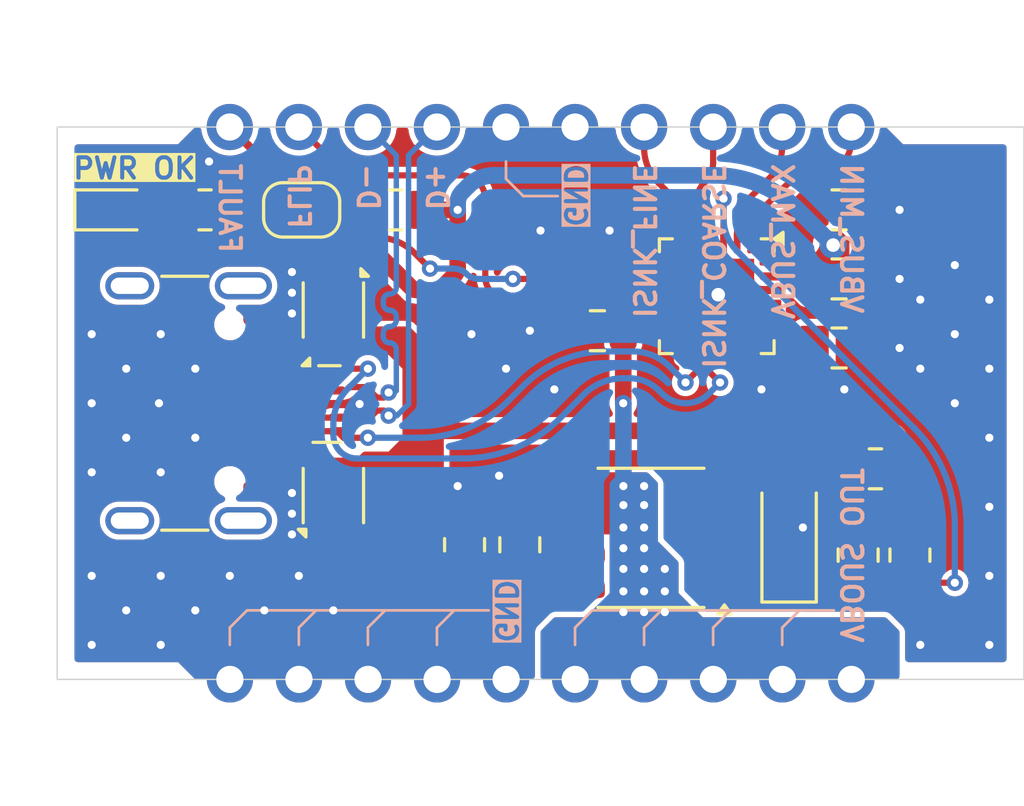
<source format=kicad_pcb>
(kicad_pcb (version 20240108) (generator "pcbnew") (generator_version "8.0")
  (layers (0 "F.Cu" signal) (1 "In1.Cu" signal) (2 "In2.Cu" signal) (31 "B.Cu" signal) (34 "B.Paste" user) (35 "F.Paste" user) (36 "B.SilkS" user "B.Silkscreen") (37 "F.SilkS" user "F.Silkscreen") (38 "B.Mask" user) (39 "F.Mask" user) (44 "Edge.Cuts" user))
  (net 0 "")
  (net 1 "VBUS")
  (net 2 "Net-(C5-Pad2)")
  (net 3 "/USB-C Connector and Protection/CC1")
  (net 4 "GND")
  (net 6 "/D-")
  (net 9 "/USB-C Connector and Protection/CC2")
  (net 13 "/D+")
  (net 20 "VBUSOUT")
  (net 22 "VCCD")
  (net 23 "+3V3")
  (net 24 "Net-(D1-K)")
  (net 25 "Net-(D1-A)")
  (net 26 "Net-(D2-A)")
  (net 27 "/Main Sheet/VBUS_FET_EN")
  (net 28 "Net-(D2-K)")
  (net 29 "/Connector/FAULT")
  (net 30 "/Connector/FLIP")
  (net 33 "/Connector/ISNK_FINE")
  (net 34 "/Connector/ISNK_COARSE")
  (net 35 "/Connector/VBUS_MIN")
  (net 36 "/Connector/VBUS_MAX")
  (footprint "Capacitor_SMD:C_0805_2012Metric" (layer "F.Cu") (at 137.9825 97.028)
    (property "Reference" "C1" (hide yes))
    (property "Value" "3u3")
  )
  (footprint "Connector_PinHeader_2.54mm:PinHeader_1x10_P2.54mm_Vertical" (layer "F.Cu") (at 115.57 88.9 90)
    (property "Reference" "J3" (hide yes))
    (property "Value" "Conn_01x10")
  )
  (footprint "Package_DFN_QFN:QFN-24-1EP_4x4mm_P0.5mm_EP2.75x2.75mm" (layer "F.Cu") (at 133.4825 95.123 -90)
    (property "Reference" "U4" (hide yes))
    (property "Value" "CYPD3177-24LQ")
  )
  (footprint "Connector_USB:USB_C_Receptacle_GCT_USB4105-xx-A_16P_TopMnt_Horizontal" (layer "F.Cu") (at 112.965 99.06 -90)
    (property "Reference" "J1" (hide yes))
    (property "Value" "USB_C_Receptacle_USB2.0_16P")
  )
  (footprint "Capacitor_SMD:C_0805_2012Metric" (layer "F.Cu") (at 137.9825 94.488)
    (property "Reference" "C3" (hide yes))
    (property "Value" "1u")
  )
  (footprint "Jumper:SolderJumper-2_P1.3mm_Bridged_RoundedPad1.0x1.5mm" (layer "F.Cu") (at 118.2135 91.948)
    (property "Reference" "JP1" (hide yes))
    (property "Value" "SolderJumper_2_Bridged")
  )
  (footprint "Diode_SMD:D_SOD-123" (layer "F.Cu") (at 136.144 104.013 90)
    (property "Reference" "D1" (hide yes))
    (property "Value" "D")
  )
  (footprint "Resistor_SMD:R_0805_2012Metric" (layer "F.Cu") (at 114.6575 91.948)
    (property "Reference" "R2" (hide yes))
    (property "Value" "270R")
  )
  (footprint "Capacitor_SMD:C_0805_2012Metric" (layer "F.Cu") (at 129.0925 96.393 180)
    (property "Reference" "C4" (hide yes))
    (property "Value" "1u")
  )
  (footprint "Capacitor_SMD:C_0805_2012Metric" (layer "F.Cu") (at 137.9825 91.948)
    (property "Reference" "C2" (hide yes))
    (property "Value" "1u")
  )
  (footprint "Package_SO:SO-8_3.9x4.9mm_P1.27mm" (layer "F.Cu") (at 131.064 104.013 180)
    (property "Reference" "Q1" (hide yes))
    (property "Value" "IRF7328TRPBF")
  )
  (footprint "Resistor_SMD:R_0805_2012Metric" (layer "F.Cu") (at 140.589 104.648 -90)
    (property "Reference" "R6" (hide yes))
    (property "Value" "1k")
  )
  (footprint "Package_SON:WSON-6-1EP_2x2mm_P0.65mm_EP1x1.6mm" (layer "F.Cu") (at 119.38 102.458 90)
    (property "Reference" "U2" (hide yes))
    (property "Value" "TVS2200DRV")
  )
  (footprint "LED_SMD:LED_0603_1608Metric" (layer "F.Cu") (at 111.3555 91.948)
    (property "Reference" "D2" (hide yes))
    (property "Value" "gr")
  )
  (footprint "Resistor_SMD:R_0805_2012Metric" (layer "F.Cu") (at 124.206 104.267 90)
    (property "Reference" "R3" (hide yes))
    (property "Value" "10k")
  )
  (footprint "Capacitor_SMD:C_0805_2012Metric" (layer "F.Cu") (at 126.238 104.267 90)
    (property "Reference" "C5" (hide yes))
    (property "Value" "1u")
  )
  (footprint "Resistor_SMD:R_0805_2012Metric" (layer "F.Cu") (at 139.319 101.473)
    (property "Reference" "R5" (hide yes))
    (property "Value" "0R")
  )
  (footprint "Package_SON:USON-10_2.5x1.0mm_P0.5mm" (layer "F.Cu") (at 119.13 99.09)
    (property "Reference" "U1" (hide yes))
    (property "Value" "TPD4E02B04DQA")
  )
  (footprint "Resistor_SMD:R_0805_2012Metric" (layer "F.Cu") (at 121.666 91.948 180)
    (property "Reference" "R1" (hide yes))
    (property "Value" "5k1")
  )
  (footprint "LOGO" (layer "F.Cu") (at 121.92 104.648)
    (property "Reference" "G***" (hide yes))
    (property "Value" "LOGO" (hide yes))
  )
  (footprint "Resistor_SMD:R_0805_2012Metric" (layer "F.Cu") (at 138.684 104.648 90)
    (property "Reference" "R4" (hide yes))
    (property "Value" "47k")
  )
  (footprint "Connector_PinHeader_2.54mm:PinHeader_1x10_P2.54mm_Vertical" (layer "F.Cu") (at 115.575 109.22 90)
    (property "Reference" "J2" (hide yes))
    (property "Value" "Conn_01x10")
  )
  (footprint "Package_SON:WSON-6-1EP_2x2mm_P0.65mm_EP1x1.6mm" (layer "F.Cu") (at 119.38 95.631 -90)
    (property "Reference" "U3" (hide yes))
    (property "Value" "TVS2200DRV" (hide yes))
  )
  (gr_line (start 120.65 107.95) (end 120.65 107.315) (stroke (width 0.1)) (layer "B.SilkS"))
  (gr_line (start 130.81 107.95) (end 130.81 107.315) (stroke (width 0.1)) (layer "B.SilkS"))
  (gr_line (start 123.19 107.315) (end 123.825 106.68) (stroke (width 0.1)) (layer "B.SilkS"))
  (gr_line (start 135.89 107.315) (end 136.525 106.68) (stroke (width 0.1)) (layer "B.SilkS"))
  (gr_line (start 118.11 107.315) (end 118.745 106.68) (stroke (width 0.1)) (layer "B.SilkS"))
  (gr_line (start 127 91.44) (end 127.635 91.44) (stroke (width 0.1)) (layer "B.SilkS"))
  (gr_line (start 125.73 90.805) (end 126.365 91.44) (stroke (width 0.1)) (layer "B.SilkS"))
  (gr_line (start 128.27 107.315) (end 128.905 106.68) (stroke (width 0.1)) (layer "B.SilkS"))
  (gr_line (start 116.205 106.68) (end 123.825 106.68) (stroke (width 0.1)) (layer "B.SilkS"))
  (gr_line (start 133.35 107.315) (end 133.985 106.68) (stroke (width 0.1)) (layer "B.SilkS"))
  (gr_line (start 118.11 107.95) (end 118.11 107.315) (stroke (width 0.1)) (layer "B.SilkS"))
  (gr_line (start 128.27 107.95) (end 128.27 107.315) (stroke (width 0.1)) (layer "B.SilkS"))
  (gr_line (start 123.825 106.68) (end 124.46 106.68) (stroke (width 0.1)) (layer "B.SilkS"))
  (gr_line (start 133.35 107.95) (end 133.35 107.315) (stroke (width 0.1)) (layer "B.SilkS"))
  (gr_line (start 128.905 106.68) (end 136.525 106.68) (stroke (width 0.1)) (layer "B.SilkS"))
  (gr_line (start 115.57 107.95) (end 115.57 107.315) (stroke (width 0.1)) (layer "B.SilkS"))
  (gr_line (start 135.89 107.95) (end 135.89 107.315) (stroke (width 0.1)) (layer "B.SilkS"))
  (gr_line (start 124.46 106.68) (end 125.095 106.68) (stroke (width 0.1)) (layer "B.SilkS"))
  (gr_line (start 130.81 107.315) (end 131.445 106.68) (stroke (width 0.1)) (layer "B.SilkS"))
  (gr_line (start 115.57 107.315) (end 116.205 106.68) (stroke (width 0.1)) (layer "B.SilkS"))
  (gr_line (start 125.73 90.17) (end 125.73 90.805) (stroke (width 0.1)) (layer "B.SilkS"))
  (gr_line (start 136.525 106.68) (end 137.795 106.68) (stroke (width 0.1)) (layer "B.SilkS"))
  (gr_line (start 123.19 107.95) (end 123.19 107.315) (stroke (width 0.1)) (layer "B.SilkS"))
  (gr_line (start 126.365 91.44) (end 127 91.44) (stroke (width 0.1)) (layer "B.SilkS"))
  (gr_line (start 120.65 107.315) (end 121.285 106.68) (stroke (width 0.1)) (layer "B.SilkS"))
  (gr_rect (start 109.22 88.9) (end 144.78 109.22) (stroke (width 0.05)) (fill none) (layer "Edge.Cuts"))
  (gr_text "ISNK_COARSE" (at 133.35 90.17 270) (layer "B.SilkS") (effects (font (size 0.75 0.75) (thickness 0.15) (bold yes)) (justify right mirror)))
  (gr_text "GND" (at 125.73 107.95 270) (layer "B.SilkS" knockout) (effects (font (size 0.75 0.75) (thickness 0.15) (bold yes)) (justify left mirror)))
  (gr_text "ISNK_FINE" (at 130.81 90.17 270) (layer "B.SilkS") (effects (font (size 0.75 0.75) (thickness 0.15) (bold yes)) (justify right mirror)))
  (gr_text "D+" (at 123.19 90.17 270) (layer "B.SilkS") (effects (font (size 0.75 0.75) (thickness 0.15) (bold yes)) (justify right mirror)))
  (gr_text "VBUS_MAX" (at 135.89 90.17 270) (layer "B.SilkS") (effects (font (size 0.75 0.75) (thickness 0.15) (bold yes)) (justify right mirror)))
  (gr_text "FAULT" (at 115.57 90.17 270) (layer "B.SilkS") (effects (font (size 0.75 0.75) (thickness 0.15) (bold yes)) (justify right mirror)))
  (gr_text "GND" (at 128.27 90.17 270) (layer "B.SilkS" knockout) (effects (font (size 0.75 0.75) (thickness 0.15) (bold yes)) (justify right mirror)))
  (gr_text "VBOUS OUT" (at 138.43 107.95 270) (layer "B.SilkS") (effects (font (size 0.75 0.75) (thickness 0.15) (bold yes)) (justify left mirror)))
  (gr_text "D-" (at 120.65 90.17 270) (layer "B.SilkS") (effects (font (size 0.75 0.75) (thickness 0.15) (bold yes)) (justify right mirror)))
  (gr_text "VBUS_MIN" (at 138.43 90.17 -90) (layer "B.SilkS") (effects (font (size 0.75 0.75) (thickness 0.15) (bold yes)) (justify right mirror)))
  (gr_text "FLIP" (at 118.11 90.17 270) (layer "B.SilkS") (effects (font (size 0.75 0.75) (thickness 0.15) (bold yes)) (justify right mirror)))
  (gr_text "PWR OK" (at 109.728 90.424 0) (layer "F.SilkS" knockout) (effects (font (size 0.75 0.75) (thickness 0.15) (bold yes)) (justify left)))
  (segment (start 123.062998 100.076) (end 122.374399 100.764599) (width 0.6096) (layer "F.Cu") (net 1))
  (segment (start 122.374399 100.764599) (end 122.271213 100.867786) (width 0.6096) (layer "F.Cu") (net 1))
  (segment (start 134.7325 97.098) (end 136.9625 97.098) (width 0.2286) (layer "F.Cu") (net 1))
  (segment (start 137.0325 97.028) (end 137.0325 97.79025) (width 0.6096) (layer "F.Cu") (net 1))
  (segment (start 136.493507 99.091492) (end 136.27075 99.31425) (width 0.6096) (layer "F.Cu") (net 1))
  (segment (start 134.431722 100.076) (end 123.062998 100.076) (width 0.6096) (layer "F.Cu") (net 1))
  (segment (start 136.9625 97.098) (end 137.0325 97.028) (width 0.2286) (layer "F.Cu") (net 1))
  (segment (start 120.8579 101.4532) (end 120.03 101.4532) (width 0.6096) (layer "F.Cu") (net 1))
  (arc (start 136.27075 99.31425) (mid 135.426996 99.878027) (end 134.431722 100.076) (width 0.6096) (layer "F.Cu") (net 1))
  (arc (start 122.271213 100.867786) (mid 121.622779 101.301055) (end 120.8579 101.4532) (width 0.6096) (layer "F.Cu") (net 1))
  (arc (start 137.0325 97.79025) (mid 136.89242 98.494477) (end 136.493507 99.091492) (width 0.6096) (layer "F.Cu") (net 1))
  (segment (start 140.2315 100.983327) (end 140.2315 101.08025) (width 0.6096) (layer "F.Cu") (net 2))
  (segment (start 126.238 103.317) (end 124.2435 103.317) (width 0.6096) (layer "F.Cu") (net 2))
  (segment (start 138.38642 100.076) (end 139.324172 100.076) (width 0.6096) (layer "F.Cu") (net 2))
  (segment (start 128.406025 101.092) (end 135.933579 101.092) (width 0.6096) (layer "F.Cu") (net 2))
  (segment (start 140.2315 101.86575) (end 140.2315 102.005709) (width 0.6096) (layer "F.Cu") (net 2))
  (segment (start 126.872999 101.726999) (end 126.575643 102.024356) (width 0.6096) (layer "F.Cu") (net 2))
  (segment (start 140.2315 101.08025) (end 140.2315 101.86575) (width 0.6096) (layer "F.Cu") (net 2))
  (segment (start 126.238 102.8395) (end 126.238 103.317) (width 0.6096) (layer "F.Cu") (net 2))
  (segment (start 140.589 102.86879) (end 140.589 103.7355) (width 0.6096) (layer "F.Cu") (net 2))
  (segment (start 124.2435 103.317) (end 124.206 103.3545) (width 0.6096) (layer "F.Cu") (net 2))
  (arc (start 128.406025 101.092) (mid 127.576357 101.25703) (end 126.872999 101.726999) (width 0.6096) (layer "F.Cu") (net 2))
  (arc (start 140.41025 102.43725) (mid 140.542544 102.635242) (end 140.589 102.86879) (width 0.6096) (layer "F.Cu") (net 2))
  (arc (start 137.16 100.584) (mid 136.597313 100.959975) (end 135.933579 101.092) (width 0.6096) (layer "F.Cu") (net 2))
  (arc (start 140.2315 102.005709) (mid 140.277955 102.239257) (end 140.41025 102.43725) (width 0.6096) (layer "F.Cu") (net 2))
  (arc (start 126.575643 102.024356) (mid 126.32575 102.398347) (end 126.238 102.8395) (width 0.6096) (layer "F.Cu") (net 2))
  (arc (start 139.96575 100.34175) (mid 140.162433 100.636108) (end 140.2315 100.983327) (width 0.6096) (layer "F.Cu") (net 2))
  (arc (start 138.38642 100.076) (mid 137.722686 100.208024) (end 137.16 100.584) (width 0.6096) (layer "F.Cu") (net 2))
  (arc (start 139.96575 100.34175) (mid 139.671391 100.145066) (end 139.324172 100.076) (width 0.6096) (layer "F.Cu") (net 2))
  (segment (start 118.075968 98.09) (end 117.795968 97.81) (width 0.2286) (layer "F.Cu") (net 3))
  (segment (start 133.2325 97.098) (end 133.2325 97.9265) (width 0.2286) (layer "F.Cu") (net 3))
  (segment (start 117.795968 97.81) (end 116.645 97.81) (width 0.2286) (layer "F.Cu") (net 3))
  (segment (start 118.745 98.09) (end 118.075968 98.09) (width 0.2286) (layer "F.Cu") (net 3))
  (segment (start 119.515 98.09) (end 119.815 97.79) (width 0.2286) (layer "F.Cu") (net 3))
  (segment (start 133.2325 97.9265) (end 133.604 98.298) (width 0.2286) (layer "F.Cu") (net 3))
  (segment (start 119.815 97.79) (end 120.65 97.79) (width 0.2286) (layer "F.Cu") (net 3))
  (segment (start 119.515 98.09) (end 118.745 98.09) (width 0.2286) (layer "F.Cu") (net 3))
  (via (at 133.604 98.298) (size 0.6) (drill 0.3) (layers "F.Cu" "B.Cu") (net 3))
  (via (at 120.65 97.79) (size 0.6) (drill 0.3) (layers "F.Cu" "B.Cu") (net 3))
  (segment (start 119.38 99.822) (end 119.38 100.224789) (width 0.2286) (layer "B.Cu") (net 3))
  (segment (start 124.151822 101.092) (end 120.24721 101.092) (width 0.2286) (layer "B.Cu") (net 3))
  (segment (start 130.258363 98.1417) (end 130.048 98.1417) (width 0.2286) (layer "B.Cu") (net 3))
  (segment (start 119.918815 98.521184) (end 120.65 97.79) (width 0.2286) (layer "B.Cu") (net 3))
  (segment (start 133.20121 98.700789) (end 133.604 98.298) (width 0.2286) (layer "B.Cu") (net 3))
  (segment (start 127.713149 99.616849) (end 128.5804 98.749599) (width 0.2286) (layer "B.Cu") (net 3))
  (segment (start 131.466789 98.700789) (end 131.36685 98.60085) (width 0.2286) (layer "B.Cu") (net 3))
  (arc (start 131.466789 98.700789) (mid 131.864669 98.966644) (end 132.334 99.06) (width 0.2286) (layer "B.Cu") (net 3))
  (arc (start 131.36685 98.60085) (mid 130.858272 98.261029) (end 130.258363 98.1417) (width 0.2286) (layer "B.Cu") (net 3))
  (arc (start 119.918815 98.521184) (mid 119.520033 99.118003) (end 119.38 99.822) (width 0.2286) (layer "B.Cu") (net 3))
  (arc (start 119.634 100.838) (mid 119.915343 101.025987) (end 120.24721 101.092) (width 0.2286) (layer "B.Cu") (net 3))
  (arc (start 119.38 100.224789) (mid 119.446012 100.556656) (end 119.634 100.838) (width 0.2286) (layer "B.Cu") (net 3))
  (arc (start 133.20121 98.700789) (mid 132.80333 98.966644) (end 132.334 99.06) (width 0.2286) (layer "B.Cu") (net 3))
  (arc (start 130.048 98.1417) (mid 129.25374 98.299687) (end 128.5804 98.749599) (width 0.2286) (layer "B.Cu") (net 3))
  (arc (start 127.713149 99.616849) (mid 126.079198 100.70862) (end 124.151822 101.092) (width 0.2286) (layer "B.Cu") (net 3))
  (segment (start 133.5375 95.068) (end 133.4825 95.123) (width 0.2286) (layer "F.Cu") (net 4))
  (segment (start 133.7325 94.873) (end 133.5375 95.068) (width 0.2286) (layer "F.Cu") (net 4))
  (segment (start 140.208 91.948) (end 138.9325 91.948) (width 0.6096) (layer "F.Cu") (net 4))
  (segment (start 118.745 99.09) (end 119.515 99.09) (width 0.2286) (layer "F.Cu") (net 4))
  (segment (start 135.4575 94.873) (end 133.7325 94.873) (width 0.2286) (layer "F.Cu") (net 4))
  (segment (start 120.344283 99.09) (end 120.3452 99.090917) (width 0.2286) (layer "F.Cu") (net 4))
  (segment (start 135.4575 96.373) (end 134.7325 96.373) (width 0.2286) (layer "F.Cu") (net 4))
  (segment (start 134.7325 96.373) (end 133.4825 95.123) (width 0.2286) (layer "F.Cu") (net 4))
  (segment (start 128.1425 96.393) (end 126.607542 96.393) (width 0.6096) (layer "F.Cu") (net 4))
  (segment (start 140.208 94.488) (end 138.9325 94.488) (width 0.6096) (layer "F.Cu") (net 4))
  (segment (start 140.208 97.028) (end 138.9325 97.028) (width 0.6096) (layer "F.Cu") (net 4))
  (segment (start 119.515 99.09) (end 120.344283 99.09) (width 0.2286) (layer "F.Cu") (net 4))
  (via (at 110.49 107.95) (size 0.6) (drill 0.3) (layers "F.Cu" "B.Cu") (net 4))
  (via (at 113.03 105.41) (size 0.6) (drill 0.3) (layers "F.Cu" "B.Cu") (net 4))
  (via (at 143.51 97.79) (size 0.6) (drill 0.3) (layers "F.Cu" "B.Cu") (net 4))
  (via (at 116.84 106.68) (size 0.6) (drill 0.3) (layers "F.Cu" "B.Cu") (net 4))
  (via (at 110.49 101.6) (size 0.6) (drill 0.3) (layers "F.Cu" "B.Cu") (net 4))
  (via (at 125.73 97.79) (size 0.6) (drill 0.3) (layers "F.Cu" "B.Cu") (net 4))
  (via (at 117.856 103.886) (size 0.6) (drill 0.3) (layers "F.Cu" "B.Cu") (net 4))
  (via (at 117.856 103.124) (size 0.6) (drill 0.3) (layers "F.Cu" "B.Cu") (net 4))
  (via (at 110.49 99.06) (size 0.6) (drill 0.3) (layers "F.Cu" "B.Cu") (net 4))
  (via (at 118.11 105.41) (size 0.6) (drill 0.3) (layers "F.Cu" "B.Cu") (net 4))
  (via (at 143.51 100.33) (size 0.6) (drill 0.3) (layers "F.Cu" "B.Cu") (net 4))
  (via (at 117.856 102.362) (size 0.6) (drill 0.3) (layers "F.Cu" "B.Cu") (net 4))
  (via (at 142.24 93.98) (size 0.6) (drill 0.3) (layers "F.Cu" "B.Cu") (net 4))
  (via (at 112.965 99.06) (size 0.6) (drill 0.3) (layers "F.Cu" "B.Cu") (net 4))
  (via (at 111.76 100.33) (size 0.6) (drill 0.3) (layers "F.Cu" "B.Cu") (net 4))
  (via (at 140.208 94.488) (size 0.6) (drill 0.3) (layers "F.Cu" "B.Cu") (net 4))
  (via (at 114.808 90.17) (size 0.6) (drill 0.3) (layers "F.Cu" "B.Cu") (net 4))
  (via (at 127.508 98.552) (size 0.6) (drill 0.3) (layers "F.Cu" "B.Cu") (net 4))
  (via (at 111.76 106.68) (size 0.6) (drill 0.3) (layers "F.Cu" "B.Cu") (net 4))
  (via (at 110.49 105.41) (size 0.6) (drill 0.3) (layers "F.Cu" "B.Cu") (net 4))
  (via (at 114.3 97.79) (size 0.6) (drill 0.3) (layers "F.Cu" "B.Cu") (net 4))
  (via (at 142.24 96.52) (size 0.6) (drill 0.3) (layers "F.Cu" "B.Cu") (net 4))
  (via (at 126.607542 96.393) (size 0.6) (drill 0.3) (layers "F.Cu" "B.Cu") (net 4))
  (via (at 113.03 101.6) (size 0.6) (drill 0.3) (layers "F.Cu" "B.Cu") (net 4))
  (via (at 143.51 105.41) (size 0.6) (drill 0.3) (layers "F.Cu" "B.Cu") (net 4))
  (via (at 124.46 96.52) (size 0.6) (drill 0.3) (layers "F.Cu" "B.Cu") (net 4))
  (via (at 110.49 96.52) (size 0.6) (drill 0.3) (layers "F.Cu" "B.Cu") (net 4))
  (via (at 138.176 98.552) (size 0.6) (drill 0.3) (layers "F.Cu" "B.Cu") (net 4))
  (via (at 140.208 97.028) (size 0.6) (drill 0.3) (layers "F.Cu" "B.Cu") (net 4))
  (via (at 117.856 95.758) (size 0.6) (drill 0.3) (layers "F.Cu" "B.Cu") (net 4))
  (via (at 140.97 97.79) (size 0.6) (drill 0.3) (layers "F.Cu" "B.Cu") (net 4))
  (via (at 143.51 95.25) (size 0.6) (drill 0.3) (layers "F.Cu" "B.Cu") (net 4))
  (via (at 113.03 96.52) (size 0.6) (drill 0.3) (layers "F.Cu" "B.Cu") (net 4))
  (via (at 135.128 98.552) (size 0.6) (drill 0.3) (layers "F.Cu" "B.Cu") (net 4))
  (via (at 117.856 94.234) (size 0.6) (drill 0.3) (layers "F.Cu" "B.Cu") (net 4))
  (via (at 117.856 94.996) (size 0.6) (drill 0.3) (layers "F.Cu" "B.Cu") (net 4))
  (via (at 143.51 102.87) (size 0.6) (drill 0.3) (layers "F.Cu" "B.Cu") (net 4))
  (via (at 129.54 92.71) (size 0.6) (drill 0.3) (layers "F.Cu" "B.Cu") (net 4))
  (via (at 111.76 97.79) (size 0.6) (drill 0.3) (layers "F.Cu" "B.Cu") (net 4))
  (via (at 127 92.71) (size 0.6) (drill 0.3) (layers "F.Cu" "B.Cu") (net 4))
  (via (at 123.952 102.108) (size 0.6) (drill 0.3) (layers "F.Cu" "B.Cu") (net 4))
  (via (at 119.38 106.68) (size 0.6) (drill 0.3) (layers "F.Cu" "B.Cu") (net 4))
  (via (at 115.57 105.41) (size 0.6) (drill 0.3) (layers "F.Cu" "B.Cu") (net 4))
  (via (at 140.208 91.948) (size 0.6) (drill 0.3) (layers "F.Cu" "B.Cu") (net 4))
  (via (at 143.51 107.95) (size 0.6) (drill 0.3) (layers "F.Cu" "B.Cu") (net 4))
  (via (at 113.03 107.95) (size 0.6) (drill 0.3) (layers "F.Cu" "B.Cu") (net 4))
  (via (at 133.5375 95.068) (size 1) (drill 0.5) (layers "F.Cu" "B.Cu") (net 4))
  (via (at 140.97 107.95) (size 0.6) (drill 0.3) (layers "F.Cu" "B.Cu") (net 4))
  (via (at 140.97 95.25) (size 0.6) (drill 0.3) (layers "F.Cu" "B.Cu") (net 4))
  (via (at 120.3452 99.090917) (size 0.6) (drill 0.3) (layers "F.Cu" "B.Cu") (net 4))
  (via (at 114.3 100.33) (size 0.6) (drill 0.3) (layers "F.Cu" "B.Cu") (net 4))
  (via (at 142.24 99.06) (size 0.6) (drill 0.3) (layers "F.Cu" "B.Cu") (net 4))
  (via (at 125.476 101.727) (size 0.6) (drill 0.3) (layers "F.Cu" "B.Cu") (net 4))
  (via (at 114.3 106.68) (size 0.6) (drill 0.3) (layers "F.Cu" "B.Cu") (net 4))
  (via (at 136.652 103.632) (size 0.6) (drill 0.3) (layers "F.Cu" "B.Cu") (net 4))
  (segment (start 115.7557 98.571668) (end 116.017368 98.31) (width 0.2286) (layer "F.Cu") (net 6))
  (segment (start 116.645 99.31) (end 116.017368 99.31) (width 0.2286) (layer "F.Cu") (net 6))
  (segment (start 117.475 98.31) (end 117.755 98.59) (width 0.2286) (layer "F.Cu") (net 6))
  (segment (start 115.7557 99.048332) (end 115.7557 98.571668) (width 0.2286) (layer "F.Cu") (net 6))
  (segment (start 116.017368 98.31) (end 116.645 98.31) (width 0.2286) (layer "F.Cu") (net 6))
  (segment (start 119.965439 98.467193) (end 120.590228 98.467193) (width 0.2286) (layer "F.Cu") (net 6))
  (segment (start 120.590228 98.467193) (end 120.974732 98.851697) (width 0.2286) (layer "F.Cu") (net 6))
  (segment (start 119.515 98.59) (end 119.842632 98.59) (width 0.2286) (layer "F.Cu") (net 6))
  (segment (start 116.017368 99.31) (end 115.7557 99.048332) (width 0.2286) (layer "F.Cu") (net 6))
  (segment (start 120.974732 98.851697) (end 121.2263 98.851697) (width 0.2286) (layer "F.Cu") (net 6))
  (segment (start 117.755 98.59) (end 118.745 98.59) (width 0.2286) (layer "F.Cu") (net 6))
  (segment (start 116.645 98.31) (end 117.475 98.31) (width 0.2286) (layer "F.Cu") (net 6))
  (segment (start 118.745 98.59) (end 119.515 98.59) (width 0.2286) (layer "F.Cu") (net 6))
  (segment (start 119.842632 98.59) (end 119.965439 98.467193) (width 0.2286) (layer "F.Cu") (net 6))
  (segment (start 121.2263 98.851697) (end 121.412 98.665997) (width 0.2286) (layer "F.Cu") (net 6))
  (via (at 121.412 98.665997) (size 0.6) (drill 0.3) (layers "F.Cu" "B.Cu") (net 6))
  (segment (start 121.695 94.679677) (end 121.695 93.98) (width 0.2) (layer "B.Cu") (net 6))
  (segment (start 121.695 96.001651) (end 121.695 95.879677) (width 0.2) (layer "B.Cu") (net 6))
  (segment (start 121.695 94.801615) (end 121.695 94.679677) (width 0.2) (layer "B.Cu") (net 6))
  (segment (start 121.695 93.98) (end 121.695 89.945) (width 0.2) (layer "B.Cu") (net 6))
  (segment (start 121.695 98.5966) (end 121.695 97.079677) (width 0.2) (layer "B.Cu") (net 6))
  (segment (start 121.695 89.945) (end 120.65 88.9) (width 0.2) (layer "B.Cu") (net 6))
  (segment (start 121.625603 98.665997) (end 121.695 98.5966) (width 0.2) (layer "B.Cu") (net 6))
  (segment (start 121.216974 96.601651) (end 121.216974 96.479677) (width 0.2) (layer "B.Cu") (net 6))
  (segment (start 121.216938 95.401615) (end 121.216938 95.279677) (width 0.2) (layer "B.Cu") (net 6))
  (segment (start 121.412 98.665997) (end 121.625603 98.665997) (width 0.2) (layer "B.Cu") (net 6))
  (arc (start 121.216938 95.279677) (mid 121.286949 95.110657) (end 121.455969 95.040646) (width 0.2) (layer "B.Cu") (net 6))
  (arc (start 121.216974 96.479677) (mid 121.286979 96.310669) (end 121.455987 96.240664) (width 0.2) (layer "B.Cu") (net 6))
  (arc (start 121.455987 96.240664) (mid 121.624995 96.170659) (end 121.695 96.001651) (width 0.2) (layer "B.Cu") (net 6))
  (arc (start 121.455987 96.840664) (mid 121.286979 96.770659) (end 121.216974 96.601651) (width 0.2) (layer "B.Cu") (net 6))
  (arc (start 121.455969 95.040646) (mid 121.624989 94.970635) (end 121.695 94.801615) (width 0.2) (layer "B.Cu") (net 6))
  (arc (start 121.455969 95.640646) (mid 121.286949 95.570635) (end 121.216938 95.401615) (width 0.2) (layer "B.Cu") (net 6))
  (arc (start 121.695 95.879677) (mid 121.624989 95.710657) (end 121.455969 95.640646) (width 0.2) (layer "B.Cu") (net 6))
  (arc (start 121.695 97.079677) (mid 121.624995 96.910669) (end 121.455987 96.840664) (width 0.2) (layer "B.Cu") (net 6))
  (segment (start 117.345 100.81) (end 118.065 100.09) (width 0.2286) (layer "F.Cu") (net 9))
  (segment (start 118.745 100.09) (end 119.515 100.09) (width 0.2286) (layer "F.Cu") (net 9))
  (segment (start 118.065 100.09) (end 118.745 100.09) (width 0.2286) (layer "F.Cu") (net 9))
  (segment (start 116.645 100.81) (end 117.345 100.81) (width 0.2286) (layer "F.Cu") (net 9))
  (segment (start 132.7325 97.098) (end 132.7325 97.899488) (width 0.2286) (layer "F.Cu") (net 9))
  (segment (start 119.515 100.09) (end 119.755 100.33) (width 0.2286) (layer "F.Cu") (net 9))
  (segment (start 132.7325 97.899488) (end 132.334 98.297988) (width 0.2286) (layer "F.Cu") (net 9))
  (segment (start 119.755 100.33) (end 120.65 100.33) (width 0.2286) (layer "F.Cu") (net 9))
  (via (at 132.334 98.297988) (size 0.6) (drill 0.3) (layers "F.Cu" "B.Cu") (net 9))
  (via (at 120.65 100.33) (size 0.6) (drill 0.3) (layers "F.Cu" "B.Cu") (net 9))
  (segment (start 129.413006 97.155) (end 130.382797 97.155) (width 0.2286) (layer "B.Cu") (net 9))
  (segment (start 131.762506 97.726494) (end 132.334 98.297988) (width 0.2286) (layer "B.Cu") (net 9))
  (segment (start 122.555 100.33) (end 120.65 100.33) (width 0.2286) (layer "B.Cu") (net 9))
  (segment (start 125.807038 98.982961) (end 126.377759 98.41224) (width 0.2286) (layer "B.Cu") (net 9))
  (arc (start 129.413006 97.155) (mid 127.770342 97.481746) (end 126.377759 98.41224) (width 0.2286) (layer "B.Cu") (net 9))
  (arc (start 125.807038 98.982961) (mid 124.31499 99.979915) (end 122.555 100.33) (width 0.2286) (layer "B.Cu") (net 9))
  (arc (start 131.762506 97.726494) (mid 131.12949 97.303526) (end 130.382797 97.155) (width 0.2286) (layer "B.Cu") (net 9))
  (segment (start 117.272632 98.81) (end 117.5343 99.071668) (width 0.2286) (layer "F.Cu") (net 13))
  (segment (start 116.645 98.81) (end 117.272632 98.81) (width 0.2286) (layer "F.Cu") (net 13))
  (segment (start 117.272632 99.81) (end 116.645 99.81) (width 0.2286) (layer "F.Cu") (net 13))
  (segment (start 120.5992 99.7148) (end 120.983703 99.330297) (width 0.2286) (layer "F.Cu") (net 13))
  (segment (start 119.515 99.59) (end 119.975531 99.59) (width 0.2286) (layer "F.Cu") (net 13))
  (segment (start 117.5343 99.071668) (end 117.5343 99.548332) (width 0.2286) (layer "F.Cu") (net 13))
  (segment (start 120.100331 99.7148) (end 120.5992 99.7148) (width 0.2286) (layer "F.Cu") (net 13))
  (segment (start 119.515 99.59) (end 118.745 99.59) (width 0.2286) (layer "F.Cu") (net 13))
  (segment (start 117.5343 99.548332) (end 118.3757 99.548332) (width 0.2286) (layer "F.Cu") (net 13))
  (segment (start 118.417368 99.59) (end 118.745 99.59) (width 0.2286) (layer "F.Cu") (net 13))
  (segment (start 117.5343 99.548332) (end 117.272632 99.81) (width 0.2286) (layer "F.Cu") (net 13))
  (segment (start 119.975531 99.59) (end 120.100331 99.7148) (width 0.2286) (layer "F.Cu") (net 13))
  (segment (start 121.2263 99.330297) (end 121.412 99.515997) (width 0.2286) (layer "F.Cu") (net 13))
  (segment (start 120.983703 99.330297) (end 121.2263 99.330297) (width 0.2286) (layer "F.Cu") (net 13))
  (segment (start 118.3757 99.548332) (end 118.417368 99.59) (width 0.2286) (layer "F.Cu") (net 13))
  (via (at 121.412 99.515997) (size 0.6) (drill 0.3) (layers "F.Cu" "B.Cu") (net 13))
  (segment (start 122.145 99.089) (end 121.718003 99.515997) (width 0.2) (layer "B.Cu") (net 13))
  (segment (start 123.19 88.9) (end 122.145 89.945) (width 0.2) (layer "B.Cu") (net 13))
  (segment (start 121.718003 99.515997) (end 121.412 99.515997) (width 0.2) (layer "B.Cu") (net 13))
  (segment (start 122.145 89.945) (end 122.145 99.089) (width 0.2) (layer "B.Cu") (net 13))
  (segment (start 130.5625 95.873) (end 130.0425 96.393) (width 0.2286) (layer "F.Cu") (net 20))
  (segment (start 131.5075 95.873) (end 130.5625 95.873) (width 0.2286) (layer "F.Cu") (net 20))
  (segment (start 130.0425 96.393) (end 130.0425 99.059994) (width 0.6096) (layer "F.Cu") (net 20))
  (via (at 130.048 102.808003) (size 0.6) (drill 0.3) (layers "F.Cu" "B.Cu") (net 20))
  (via (at 130.048 104.394) (size 0.6) (drill 0.3) (layers "F.Cu" "B.Cu") (net 20))
  (via (at 130.048 102.108) (size 0.6) (drill 0.3) (layers "F.Cu" "B.Cu") (net 20))
  (via (at 130.81 104.394) (size 0.6) (drill 0.3) (layers "F.Cu" "B.Cu") (net 20))
  (via (at 130.81 105.979997) (size 0.6) (drill 0.3) (layers "F.Cu" "B.Cu") (net 20))
  (via (at 130.81 106.741997) (size 0.6) (drill 0.3) (layers "F.Cu" "B.Cu") (net 20))
  (via (at 130.048 105.979997) (size 0.6) (drill 0.3) (layers "F.Cu" "B.Cu") (net 20))
  (via (at 130.81 105.156) (size 0.6) (drill 0.3) (layers "F.Cu" "B.Cu") (net 20))
  (via (at 131.572 105.156) (size 0.6) (drill 0.3) (layers "F.Cu" "B.Cu") (net 20))
  (via (at 130.048 106.741997) (size 0.6) (drill 0.3) (layers "F.Cu" "B.Cu") (net 20))
  (via (at 131.572 106.741997) (size 0.6) (drill 0.3) (layers "F.Cu" "B.Cu") (net 20))
  (via (at 130.048 103.632) (size 0.6) (drill 0.3) (layers "F.Cu" "B.Cu") (net 20))
  (via (at 130.81 103.632) (size 0.6) (drill 0.3) (layers "F.Cu" "B.Cu") (net 20))
  (via (at 130.81 102.808003) (size 0.6) (drill 0.3) (layers "F.Cu" "B.Cu") (net 20))
  (via (at 130.048 105.156) (size 0.6) (drill 0.3) (layers "F.Cu" "B.Cu") (net 20))
  (via (at 130.81 102.108) (size 0.6) (drill 0.3) (layers "F.Cu" "B.Cu") (net 20))
  (via (at 130.0425 99.059994) (size 0.6) (drill 0.3) (layers "F.Cu" "B.Cu") (net 20))
  (via (at 131.572 105.979997) (size 0.6) (drill 0.3) (layers "F.Cu" "B.Cu") (net 20))
  (segment (start 130.048 102.108) (end 130.048 99.065494) (width 0.6096) (layer "B.Cu") (net 20))
  (segment (start 130.048 99.065494) (end 130.0425 99.059994) (width 0.6096) (layer "B.Cu") (net 20))
  (segment (start 137.0325 92.843) (end 137.0325 91.948) (width 0.2286) (layer "F.Cu") (net 22))
  (segment (start 136.0025 93.873) (end 137.0325 92.843) (width 0.2286) (layer "F.Cu") (net 22))
  (segment (start 135.4575 93.873) (end 136.0025 93.873) (width 0.2286) (layer "F.Cu") (net 22))
  (segment (start 118.21007 93.2522) (end 116.8742 93.2522) (width 0.6096) (layer "F.Cu") (net 23))
  (segment (start 123.823783 94.357403) (end 123.393935 94.787199) (width 0.6096) (layer "F.Cu") (net 23))
  (segment (start 123.257199 94.882591) (end 123.14904 94.91156) (width 0.6096) (layer "F.Cu") (net 23))
  (segment (start 123.354176 94.826615) (end 123.257199 94.882591) (width 0.6096) (layer "F.Cu") (net 23))
  (segment (start 122.78666 94.9118) (end 122.656437 94.9118) (width 0.6096) (layer "F.Cu") (net 23))
  (segment (start 116.8742 93.2522) (end 115.57 91.948) (width 0.6096) (layer "F.Cu") (net 23))
  (segment (start 123.951717 94.105477) (end 123.921907 94.216736) (width 0.6096) (layer "F.Cu") (net 23))
  (segment (start 136.0175 94.373) (end 136.0775 94.433) (width 0.2286) (layer "F.Cu") (net 23))
  (segment (start 123.864314 94.316487) (end 123.823783 94.357403) (width 0.6096) (layer "F.Cu") (net 23))
  (segment (start 137.0325 94.488) (end 137.0325 93.975408) (width 0.3048) (layer "F.Cu") (net 23))
  (segment (start 118.53927 93.5814) (end 118.21007 93.2522) (width 0.6096) (layer "F.Cu") (net 23))
  (segment (start 123.952 94.047885) (end 123.951717 94.105477) (width 0.6096) (layer "F.Cu") (net 23))
  (segment (start 123.14904 94.91156) (end 123.093054 94.911811) (width 0.6096) (layer "F.Cu") (net 23))
  (segment (start 136.1325 94.488) (end 137.0325 94.488) (width 0.3048) (layer "F.Cu") (net 23))
  (segment (start 122.656437 94.9118) (end 122.54011 94.910135) (width 0.6096) (layer "F.Cu") (net 23))
  (segment (start 123.921907 94.216736) (end 123.864314 94.316487) (width 0.6096) (layer "F.Cu") (net 23))
  (segment (start 122.54011 94.910135) (end 122.31032 94.873745) (width 0.6096) (layer "F.Cu") (net 23))
  (segment (start 137.0325 93.975408) (end 137.764321 93.243587) (width 0.3048) (layer "F.Cu") (net 23))
  (segment (start 136.0775 94.433) (end 136.1325 94.488) (width 0.3048) (layer "F.Cu") (net 23))
  (segment (start 135.4575 94.373) (end 136.0175 94.373) (width 0.2286) (layer "F.Cu") (net 23))
  (segment (start 122.5785 91.948) (end 123.952 91.948) (width 0.6096) (layer "F.Cu") (net 23))
  (segment (start 123.952 91.948) (end 123.952 94.047885) (width 0.6096) (layer "F.Cu") (net 23))
  (segment (start 123.093054 94.911811) (end 122.78666 94.9118) (width 0.6096) (layer "F.Cu") (net 23))
  (segment (start 121.017975 93.5814) (end 118.53927 93.5814) (width 0.6096) (layer "F.Cu") (net 23))
  (segment (start 123.393935 94.787199) (end 123.354176 94.826615) (width 0.6096) (layer "F.Cu") (net 23))
  (segment (start 122.31032 94.873745) (end 121.017975 93.5814) (width 0.6096) (layer "F.Cu") (net 23))
  (via (at 123.952 91.948) (size 0.6) (drill 0.3) (layers "F.Cu" "B.Cu") (net 23))
  (via (at 137.764321 93.243587) (size 1) (drill 0.5) (layers "F.Cu" "B.Cu") (net 23))
  (segment (start 124.341873 91.067873) (end 124.12533 91.284416) (width 0.6096) (layer "B.Cu") (net 23))
  (segment (start 136.481527 91.960793) (end 137.764321 93.243587) (width 0.6096) (layer "B.Cu") (net 23))
  (segment (start 125.283111 90.678) (end 133.38459 90.678) (width 0.6096) (layer "B.Cu") (net 23))
  (segment (start 123.952 91.702873) (end 123.952 91.948) (width 0.6096) (layer "B.Cu") (net 23))
  (arc (start 136.481527 91.960793) (mid 135.06064 91.011387) (end 133.38459 90.678) (width 0.6096) (layer "B.Cu") (net 23))
  (arc (start 125.283111 90.678) (mid 124.773716 90.779324) (end 124.341873 91.067873) (width 0.6096) (layer "B.Cu") (net 23))
  (arc (start 124.12533 91.284416) (mid 123.997046 91.476405) (end 123.952 91.702873) (width 0.6096) (layer "B.Cu") (net 23))
  (segment (start 134.823357 103.687358) (end 135.912422 104.776423) (width 0.6096) (layer "F.Cu") (net 24))
  (segment (start 135.708687 105.918) (end 133.639 105.918) (width 0.6096) (layer "F.Cu") (net 24))
  (segment (start 136.144 105.482687) (end 136.144 105.3355) (width 0.6096) (layer "F.Cu") (net 24))
  (segment (start 138.63275 105.61175) (end 138.684 105.5605) (width 0.6096) (layer "F.Cu") (net 24))
  (segment (start 138.509021 105.663) (end 136.324312 105.663) (width 0.6096) (layer "F.Cu") (net 24))
  (segment (start 134.076499 103.378) (end 133.639 103.378) (width 0.6096) (layer "F.Cu") (net 24))
  (arc (start 135.912422 104.776423) (mid 136.083814 105.03293) (end 136.144 105.3355) (width 0.6096) (layer "F.Cu") (net 24))
  (arc (start 136.144 105.482687) (mid 136.196812 105.610187) (end 136.324312 105.663) (width 0.6096) (layer "F.Cu") (net 24))
  (arc (start 136.324312 105.663) (mid 136.157725 105.696136) (end 136.0165 105.7905) (width 0.6096) (layer "F.Cu") (net 24))
  (arc (start 134.823357 103.687358) (mid 134.480695 103.458399) (end 134.076499 103.378) (width 0.6096) (layer "F.Cu") (net 24))
  (arc (start 136.0165 105.7905) (mid 136.110863 105.649274) (end 136.144 105.482687) (width 0.6096) (layer "F.Cu") (net 24))
  (arc (start 138.63275 105.61175) (mid 138.575982 105.64968) (end 138.509021 105.663) (width 0.6096) (layer "F.Cu") (net 24))
  (arc (start 136.0165 105.7905) (mid 135.875274 105.884863) (end 135.708687 105.918) (width 0.6096) (layer "F.Cu") (net 24))
  (segment (start 137.922604 101.599395) (end 137.517856 102.004143) (width 0.6096) (layer "F.Cu") (net 25))
  (segment (start 135.827 102.363) (end 135.690312 102.363) (width 0.6096) (layer "F.Cu") (net 25))
  (segment (start 136.461 102.363) (end 135.827 102.363) (width 0.6096) (layer "F.Cu") (net 25))
  (segment (start 136.461 102.363) (end 136.6515 102.363) (width 0.6096) (layer "F.Cu") (net 25))
  (segment (start 138.54525 103.59675) (end 138.684 103.7355) (width 0.6096) (layer "F.Cu") (net 25))
  (segment (start 138.4065 102.362707) (end 138.4065 103.261777) (width 0.6096) (layer "F.Cu") (net 25))
  (segment (start 133.2015 102.108) (end 133.120949 102.108) (width 0.6096) (layer "F.Cu") (net 25))
  (segment (start 138.406 102.3625) (end 138.4055 102.363) (width 0.6096) (layer "F.Cu") (net 25))
  (segment (start 133.120949 104.648) (end 133.639 104.648) (width 0.6096) (layer "F.Cu") (net 25))
  (segment (start 138.4065 102.361292) (end 138.4065 101.65175) (width 0.6096) (layer "F.Cu") (net 25))
  (segment (start 134.076499 102.108) (end 133.2015 102.108) (width 0.6096) (layer "F.Cu") (net 25))
  (segment (start 135.074687 102.108) (end 134.076499 102.108) (width 0.6096) (layer "F.Cu") (net 25))
  (segment (start 138.4065 102.361292) (end 138.4065 102.362707) (width 0.6096) (layer "F.Cu") (net 25))
  (segment (start 132.2592 103.78625) (end 132.2592 102.969749) (width 0.6096) (layer "F.Cu") (net 25))
  (arc (start 138.406 102.3625) (mid 138.40637 102.361945) (end 138.4065 102.361292) (width 0.6096) (layer "F.Cu") (net 25))
  (arc (start 132.5116 102.3604) (mid 132.324796 102.639971) (end 132.2592 102.969749) (width 0.6096) (layer "F.Cu") (net 25))
  (arc (start 138.4065 101.65175) (mid 138.354145 101.525354) (end 138.22775 101.473) (width 0.6096) (layer "F.Cu") (net 25))
  (arc (start 132.2592 103.78625) (mid 132.324796 104.116027) (end 132.5116 104.395599) (width 0.6096) (layer "F.Cu") (net 25))
  (arc (start 137.517856 102.004143) (mid 137.120368 102.269736) (end 136.6515 102.363) (width 0.6096) (layer "F.Cu") (net 25))
  (arc (start 138.4065 102.362707) (mid 138.406319 102.362436) (end 138.406 102.3625) (width 0.6096) (layer "F.Cu") (net 25))
  (arc (start 135.3825 102.2355) (mid 135.523725 102.329863) (end 135.690312 102.363) (width 0.6096) (layer "F.Cu") (net 25))
  (arc (start 133.120949 102.108) (mid 132.791171 102.173596) (end 132.5116 102.3604) (width 0.6096) (layer "F.Cu") (net 25))
  (arc (start 138.4065 103.261777) (mid 138.442559 103.443063) (end 138.54525 103.59675) (width 0.6096) (layer "F.Cu") (net 25))
  (arc (start 135.3825 102.2355) (mid 135.241274 102.141136) (end 135.074687 102.108) (width 0.6096) (layer "F.Cu") (net 25))
  (arc (start 138.22775 101.473) (mid 138.062606 101.505848) (end 137.922604 101.599395) (width 0.6096) (layer "F.Cu") (net 25))
  (arc (start 132.5116 104.395599) (mid 132.791171 104.582403) (end 133.120949 104.648) (width 0.6096) (layer "F.Cu") (net 25))
  (segment (start 112.143 91.948) (end 113.745 91.948) (width 0.3048) (layer "F.Cu") (net 26))
  (segment (start 140.765685 105.664) (end 142.24 105.664) (width 0.2286) (layer "F.Cu") (net 27))
  (segment (start 133.7325 93.148) (end 133.7325 91.5328) (width 0.2286) (layer "F.Cu") (net 27))
  (segment (start 140.64075 105.61225) (end 140.589 105.5605) (width 0.2286) (layer "F.Cu") (net 27))
  (via (at 133.7325 91.5328) (size 0.6) (drill 0.3) (layers "F.Cu" "B.Cu") (net 27))
  (via (at 142.24 105.664) (size 0.6) (drill 0.3) (layers "F.Cu" "B.Cu") (net 27))
  (arc (start 140.64075 105.61225) (mid 140.69807 105.65055) (end 140.765685 105.664) (width 0.2286) (layer "F.Cu") (net 27))
  (segment (start 133.7325 92.24915) (end 133.7325 91.5328) (width 0.2286) (layer "B.Cu") (net 27))
  (segment (start 134.239035 93.472035) (end 140.758257 99.991257) (width 0.2286) (layer "B.Cu") (net 27))
  (segment (start 142.24 103.5685) (end 142.24 105.664) (width 0.2286) (layer "B.Cu") (net 27))
  (arc (start 140.758257 99.991257) (mid 141.854907 101.63251) (end 142.24 103.5685) (width 0.2286) (layer "B.Cu") (net 27))
  (arc (start 133.7325 92.24915) (mid 133.864144 92.91097) (end 134.239035 93.472035) (width 0.2286) (layer "B.Cu") (net 27))
  (segment (start 111.0942 91.4218) (end 110.568 91.948) (width 0.3048) (layer "F.Cu") (net 28))
  (segment (start 117.0373 91.4218) (end 117.5635 91.948) (width 0.3048) (layer "F.Cu") (net 28))
  (segment (start 115.76694 90.8956) (end 112.364559 90.8956) (width 0.3048) (layer "F.Cu") (net 28))
  (arc (start 117.0373 91.4218) (mid 116.454454 91.032354) (end 115.76694 90.8956) (width 0.3048) (layer "F.Cu") (net 28))
  (arc (start 112.364559 90.8956) (mid 111.677045 91.032354) (end 111.0942 91.4218) (width 0.3048) (layer "F.Cu") (net 28))
  (segment (start 119.37065 92.45515) (end 118.8635 91.948) (width 0.2286) (layer "F.Cu") (net 29))
  (segment (start 120.595018 92.9623) (end 120.981874 92.9623) (width 0.2286) (layer "F.Cu") (net 29))
  (segment (start 130.399263 94.488) (end 125.98398 94.488) (width 0.2286) (layer "F.Cu") (net 29))
  (segment (start 131.282 94.873) (end 131.5075 94.873) (width 0.2286) (layer "F.Cu") (net 29))
  (segment (start 118.8635 91.557159) (end 118.8635 91.948) (width 0.3048) (layer "F.Cu") (net 29))
  (segment (start 130.897047 94.713547) (end 130.864 94.6805) (width 0.2286) (layer "F.Cu") (net 29))
  (segment (start 117.84825 90.678) (end 117.98434 90.678) (width 0.3048) (layer "F.Cu") (net 29))
  (segment (start 122.36365 93.53465) (end 122.936 94.107) (width 0.2286) (layer "F.Cu") (net 29))
  (segment (start 116.994269 90.324269) (end 115.57 88.9) (width 0.3048) (layer "F.Cu") (net 29))
  (via (at 125.98398 94.488) (size 0.6) (drill 0.3) (layers "F.Cu" "B.Cu") (net 29))
  (via (at 122.936 94.107) (size 0.6) (drill 0.3) (layers "F.Cu" "B.Cu") (net 29))
  (arc (start 116.994269 90.324269) (mid 117.386079 90.586068) (end 117.84825 90.678) (width 0.3048) (layer "F.Cu") (net 29))
  (arc (start 118.606 90.9355) (mid 118.796577 91.220719) (end 118.8635 91.557159) (width 0.3048) (layer "F.Cu") (net 29))
  (arc (start 122.36365 93.53465) (mid 121.729685 93.111048) (end 120.981874 92.9623) (width 0.2286) (layer "F.Cu") (net 29))
  (arc (start 130.897047 94.713547) (mid 131.073665 94.831559) (end 131.282 94.873) (width 0.2286) (layer "F.Cu") (net 29))
  (arc (start 119.37065 92.45515) (mid 119.932394 92.830496) (end 120.595018 92.9623) (width 0.2286) (layer "F.Cu") (net 29))
  (arc (start 118.606 90.9355) (mid 118.320779 90.744922) (end 117.98434 90.678) (width 0.3048) (layer "F.Cu") (net 29))
  (arc (start 130.864 94.6805) (mid 130.650777 94.538029) (end 130.399263 94.488) (width 0.2286) (layer "F.Cu") (net 29))
  (segment (start 123.809592 94.107) (end 122.936 94.107) (width 0.2286) (layer "B.Cu") (net 29))
  (segment (start 124.729407 94.488) (end 125.98398 94.488) (width 0.2286) (layer "B.Cu") (net 29))
  (arc (start 124.2695 94.2975) (mid 124.480507 94.43849) (end 124.729407 94.488) (width 0.2286) (layer "B.Cu") (net 29))
  (arc (start 124.2695 94.2975) (mid 124.058492 94.156509) (end 123.809592 94.107) (width 0.2286) (layer "B.Cu") (net 29))
  (segment (start 120.7535 91.948) (end 120.7535 90.678) (width 0.2286) (layer "F.Cu") (net 30))
  (segment (start 118.999 89.789) (end 118.11 88.9) (width 0.2286) (layer "F.Cu") (net 30))
  (segment (start 125.741319 95.195) (end 130.490634 95.195) (width 0.2286) (layer "F.Cu") (net 30))
  (segment (start 130.920365 95.373) (end 131.5075 95.373) (width 0.2286) (layer "F.Cu") (net 30))
  (segment (start 120.7535 90.678) (end 120.904 90.678) (width 0.2286) (layer "F.Cu") (net 30))
  (segment (start 124.968 94.42168) (end 124.968 91.54521) (width 0.2286) (layer "F.Cu") (net 30))
  (segment (start 121.145235 90.678) (end 124.100789 90.678) (width 0.2286) (layer "F.Cu") (net 30))
  (arc (start 124.714 90.932) (mid 124.901987 91.213343) (end 124.968 91.54521) (width 0.2286) (layer "F.Cu") (net 30))
  (arc (start 125.1945 94.9685) (mid 125.445382 95.136134) (end 125.741319 95.195) (width 0.2286) (layer "F.Cu") (net 30))
  (arc (start 124.714 90.932) (mid 124.432656 90.744012) (end 124.100789 90.678) (width 0.2286) (layer "F.Cu") (net 30))
  (arc (start 124.968 94.42168) (mid 125.026865 94.717616) (end 125.1945 94.9685) (width 0.2286) (layer "F.Cu") (net 30))
  (arc (start 118.999 89.789) (mid 119.983701 90.446956) (end 121.145235 90.678) (width 0.2286) (layer "F.Cu") (net 30))
  (arc (start 130.7055 95.284) (mid 130.606918 95.21813) (end 130.490634 95.195) (width 0.2286) (layer "F.Cu") (net 30))
  (arc (start 130.7055 95.284) (mid 130.80408 95.349869) (end 130.920365 95.373) (width 0.2286) (layer "F.Cu") (net 30))
  (segment (start 130.81 89.662) (end 130.81 88.9) (width 0.2286) (layer "F.Cu") (net 33))
  (segment (start 132.2325 92.49725) (end 132.2325 93.148) (width 0.2286) (layer "F.Cu") (net 33))
  (segment (start 131.77235 91.38635) (end 131.348815 90.962815) (width 0.2286) (layer "F.Cu") (net 33))
  (arc (start 130.81 89.662) (mid 130.950033 90.365996) (end 131.348815 90.962815) (width 0.2286) (layer "F.Cu") (net 33))
  (arc (start 131.77235 91.38635) (mid 132.11291 91.896035) (end 132.2325 92.49725) (width 0.2286) (layer "F.Cu") (net 33))
  (segment (start 133.35 90.186611) (end 133.35 88.9) (width 0.2286) (layer "F.Cu") (net 34))
  (segment (start 132.7325 91.677388) (end 132.7325 93.148) (width 0.2286) (layer "F.Cu") (net 34))
  (arc (start 133.35 90.186611) (mid 133.269758 90.590012) (end 133.04125 90.932) (width 0.2286) (layer "F.Cu") (net 34))
  (arc (start 133.04125 90.932) (mid 132.812741 91.273987) (end 132.7325 91.677388) (width 0.2286) (layer "F.Cu") (net 34))
  (segment (start 137.129184 90.678) (end 137.033 90.678) (width 0.2286) (layer "F.Cu") (net 35))
  (segment (start 138.43 89.408) (end 138.43 88.9) (width 0.2286) (layer "F.Cu") (net 35))
  (segment (start 134.7325 92.74575) (end 134.7325 93.148) (width 0.2286) (layer "F.Cu") (net 35))
  (segment (start 138.070789 90.27521) (end 138.049 90.297) (width 0.2286) (layer "F.Cu") (net 35))
  (segment (start 135.016933 92.059066) (end 135.948987 91.127012) (width 0.2286) (layer "F.Cu") (net 35))
  (arc (start 138.049 90.297) (mid 137.626984 90.578981) (end 137.129184 90.678) (width 0.2286) (layer "F.Cu") (net 35))
  (arc (start 138.43 89.408) (mid 138.336644 89.87733) (end 138.070789 90.27521) (width 0.2286) (layer "F.Cu") (net 35))
  (arc (start 135.016933 92.059066) (mid 134.806421 92.374119) (end 134.7325 92.74575) (width 0.2286) (layer "F.Cu") (net 35))
  (arc (start 137.033 90.678) (mid 136.446336 90.794694) (end 135.948987 91.127012) (width 0.2286) (layer "F.Cu") (net 35))
  (segment (start 134.648185 91.556577) (end 135.389805 90.814957) (width 0.2286) (layer "F.Cu") (net 36))
  (segment (start 135.89 89.607381) (end 135.89 88.9) (width 0.2286) (layer "F.Cu") (net 36))
  (segment (start 134.2325 92.560131) (end 134.2325 93.148) (width 0.2286) (layer "F.Cu") (net 36))
  (arc (start 134.648185 91.556577) (mid 134.340533 92.017011) (end 134.2325 92.560131) (width 0.2286) (layer "F.Cu") (net 36))
  (arc (start 135.89 89.607381) (mid 135.760003 90.260916) (end 135.389805 90.814957) (width 0.2286) (layer "F.Cu") (net 36))
  (zone (net 20) (net_name "VBUSOUT") (layer "F.Cu") (priority 7) (connect_pads thru_hole_only (clearance 0)) (min_thickness 0.25) (fill yes (thermal_gap 0.5) (thermal_bridge_width 0.5))
    (polygon (pts (xy 129.921 101.6) (xy 127.762 101.6) (xy 127.508 101.854) (xy 127.508 103.632) (xy 127.762 103.886) (xy 129.794 103.886) (xy 129.921 103.759)))
  )
  (zone (net 1) (net_name "VBUS") (layer "F.Cu") (priority 2) (connect_pads thru_hole_only (clearance 0.25)) (min_thickness 0.25) (fill yes (thermal_gap 0.5) (thermal_bridge_width 0.5))
    (polygon (pts (xy 134.5535 96.719) (xy 134.6805 96.592) (xy 136.4585 96.592) (xy 136.4585 96.338) (xy 136.5855 96.211) (xy 137.4745 96.211) (xy 137.6015 96.338) (xy 137.6015 97.735) (xy 137.4745 97.862) (xy 136.5855 97.862) (xy 136.4585 97.735) (xy 136.4585 97.608) (xy 134.9345 97.608) (xy 134.6805 97.608) (xy 134.5535 97.481)))
  )
  (zone (net 23) (net_name "+3V3") (layer "F.Cu") (connect_pads thru_hole_only (clearance 0)) (min_thickness 0.25) (fill yes (thermal_gap 0.5) (thermal_bridge_width 0.5))
    (polygon (pts (xy 134.9345 94.179) (xy 135.0615 94.052) (xy 136.2045 94.052) (xy 137.6015 92.655) (xy 137.9825 92.655) (xy 138.3635 93.036) (xy 138.3635 93.544) (xy 138.3635 94.306) (xy 137.3475 95.322) (xy 136.7125 95.322) (xy 136.0775 94.687) (xy 135.0615 94.687) (xy 134.9345 94.56)))
  )
  (zone (net 24) (net_name "Net-(D1-K)") (layer "F.Cu") (priority 3) (connect_pads thru_hole_only (clearance 0)) (min_thickness 0.25) (fill yes (thermal_gap 0.5) (thermal_bridge_width 0.5))
    (polygon (pts (xy 132.842 102.997) (xy 132.588 103.251) (xy 132.588 106.045) (xy 132.842 106.299) (xy 136.652 106.299) (xy 136.906 106.045) (xy 136.906 105.283) (xy 134.62 102.997)))
  )
  (zone (net 1) (net_name "VBUS") (layer "F.Cu") (priority 4) (connect_pads thru_hole_only (clearance 0)) (min_thickness 0.25) (fill yes (thermal_gap 0.5) (thermal_bridge_width 0.5))
    (polygon (pts (xy 115.951 96.362) (xy 116.078 96.235) (xy 120.269 96.235) (xy 120.396 96.362) (xy 120.396 96.87) (xy 120.269 96.997) (xy 118.237 96.997) (xy 116.078 96.997) (xy 115.951 96.87)))
  )
  (zone (net 1) (net_name "VBUS") (layer "F.Cu") (priority 4) (connect_pads thru_hole_only (clearance 0)) (min_thickness 0.25) (fill yes (thermal_gap 0.5) (thermal_bridge_width 0.5))
    (polygon (pts (xy 115.951 101.188) (xy 116.078 101.061) (xy 120.269 101.061) (xy 120.396 101.188) (xy 120.396 101.696) (xy 120.269 101.823) (xy 118.237 101.823) (xy 116.078 101.823) (xy 115.951 101.696)))
  )
  (zone (net 1) (net_name "VBUS") (layer "F.Cu") (priority 5) (connect_pads thru_hole_only (clearance 0)) (min_thickness 0.25) (fill yes (thermal_gap 0.5) (thermal_bridge_width 0.5))
    (polygon (pts (xy 120.269 96.235) (xy 122.174 96.235) (xy 123.444 97.505) (xy 123.444 103.886) (xy 123.698 104.14) (xy 129.286 104.14) (xy 129.54 104.394) (xy 129.54 106.172) (xy 129.286 106.426) (xy 120.554 106.426) (xy 120.269 106.141) (xy 120.269 101.061) (xy 120.492 100.838) (xy 121.412 100.838) (xy 121.92 100.33) (xy 121.92 97.79) (xy 121.412 97.282) (xy 120.554 97.282) (xy 120.269 96.997)))
  )
  (zone (net 22) (net_name "VCCD") (layer "F.Cu") (priority 1) (connect_pads thru_hole_only (clearance 0.25)) (min_thickness 0.25) (fill yes (thermal_gap 0.5) (thermal_bridge_width 0.5))
    (polygon (pts (xy 135.0615 94.052) (xy 134.9345 93.925) (xy 134.9345 92.909) (xy 136.4585 91.385) (xy 136.7125 91.131) (xy 137.3475 91.131) (xy 137.6015 91.385) (xy 137.6015 92.655) (xy 136.2045 94.052)))
  )
  (zone (net 4) (net_name "GND") (layers "F.Cu" "In1.Cu" "In2.Cu" "B.Cu") (connect_pads yes (clearance 0)) (min_thickness 0.25) (fill yes (thermal_gap 0.5) (thermal_bridge_width 0.5))
    (polygon (pts (xy 109.855 89.535) (xy 113.665 89.535) (xy 114.3 88.9) (xy 114.3 88.265) (xy 114.935 87.63) (xy 139.065 87.63) (xy 139.7 88.265) (xy 139.7 88.9) (xy 140.335 89.535) (xy 144.145 89.535) (xy 144.145 108.585) (xy 140.335 108.585) (xy 139.7 109.22) (xy 139.7 109.855) (xy 139.065 110.49) (xy 114.935 110.49) (xy 114.3 109.855) (xy 114.3 109.22) (xy 113.665 108.585) (xy 109.855 108.585)))
  )
  (zone (net 20) (net_name "VBUSOUT") (layers "F&B.Cu") (priority 6) (connect_pads yes (clearance 0)) (min_thickness 0.25) (fill yes (thermal_gap 0.5) (thermal_bridge_width 0.5))
    (polygon (pts (xy 129.54 101.981) (xy 129.921 101.6) (xy 130.937 101.6) (xy 131.318 101.981) (xy 131.318 104.14) (xy 132.08 104.902) (xy 132.08 106.045) (xy 132.969 106.934) (xy 139.7 106.934) (xy 140.208 107.442) (xy 140.208 110.998) (xy 127 110.998) (xy 127 107.442) (xy 127.508 106.934) (xy 128.651 106.934) (xy 129.54 106.045) (xy 129.54 103.886) (xy 129.54 103.759)))
  )
)
</source>
